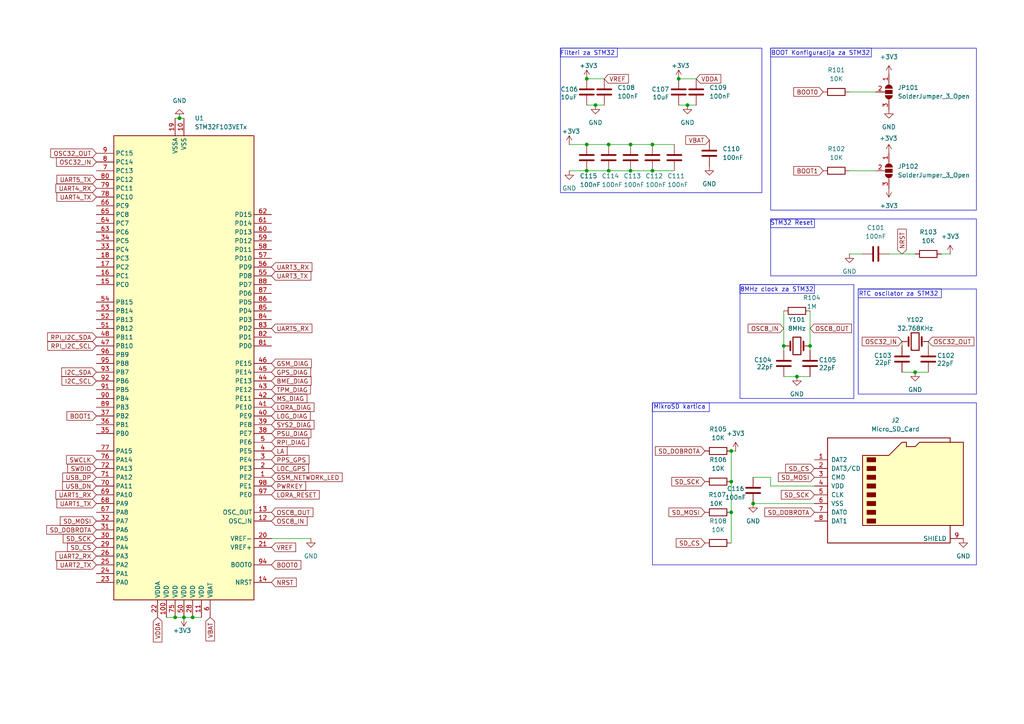
<source format=kicad_sch>
(kicad_sch (version 20250114) (generator "eeschema") (generator_version "9.0")
  (paper "A4")
  (title_block (title "ELEKvadar 2 - Sistem 1") (date "2025-05-30") (rev "0.0.1") (company "Seminar Elektronike u Istazivackoj stanici Petnica"))
  (lib_symbols
    (symbol "Connector:Micro_SD_Card" (pin_names (offset 1.016))
      (property "Reference" "J" (at -16.51 15.24 0))
      (property "Value" "Micro_SD_Card" (at 16.51 15.24 0))
      (symbol "Micro_SD_Card_0_1"
        (polyline (pts (xy -8.89 -11.43) (xy -8.89 8.89) (xy -1.27 8.89) (xy 2.54 12.7) (xy 3.81 12.7) (xy 3.81 11.43) (xy 6.35 11.43) (xy 7.62 12.7) (xy 20.32 12.7) (xy 20.32 -11.43) (xy -8.89 -11.43)) (stroke (width 0.254)) (fill (type background)))
        (rectangle (start -7.62 8.255) (end -5.08 6.985) (fill (type outline)))
        (rectangle (start -7.62 5.715) (end -5.08 4.445) (fill (type outline)))
        (rectangle (start -7.62 3.175) (end -5.08 1.905) (fill (type outline)))
        (rectangle (start -7.62 0.635) (end -5.08 -0.635) (fill (type outline)))
        (rectangle (start -7.62 -1.905) (end -5.08 -3.175) (fill (type outline)))
        (rectangle (start -7.62 -4.445) (end -5.08 -5.715) (fill (type outline)))
        (rectangle (start -7.62 -6.985) (end -5.08 -8.255) (fill (type outline)))
        (rectangle (start -7.62 -9.525) (end -5.08 -10.795) (fill (type outline)))
        (polyline (pts (xy 16.51 12.7) (xy 16.51 13.97) (xy -19.05 13.97) (xy -19.05 -16.51) (xy 16.51 -16.51) (xy 16.51 -11.43)) (stroke (width 0.254)))
      )
      (symbol "Micro_SD_Card_1_1"
        (pin bidirectional line (at -22.86 7.62 0) (length 3.81) (name "DAT2") (number "1"))
        (pin bidirectional line (at -22.86 5.08 0) (length 3.81) (name "DAT3/CD") (number "2"))
        (pin input line (at -22.86 2.54 0) (length 3.81) (name "CMD") (number "3"))
        (pin power_in line (at -22.86 0 0) (length 3.81) (name "VDD") (number "4"))
        (pin input line (at -22.86 -2.54 0) (length 3.81) (name "CLK") (number "5"))
        (pin power_in line (at -22.86 -5.08 0) (length 3.81) (name "VSS") (number "6"))
        (pin bidirectional line (at -22.86 -7.62 0) (length 3.81) (name "DAT0") (number "7"))
        (pin bidirectional line (at -22.86 -10.16 0) (length 3.81) (name "DAT1") (number "8"))
        (pin passive line (at 20.32 -15.24 180) (length 3.81) (name "SHIELD") (number "9"))
      )
    )
    (symbol "Device:C" (pin_numbers (hide yes)) (pin_names (offset 0.254))
      (property "Reference" "C" (at 0.635 2.54 0))
      (property "Value" "C" (at 0.635 -2.54 0))
      (symbol "C_0_1"
        (polyline (pts (xy -2.032 0.762) (xy 2.032 0.762)) (stroke (width 0.508)))
        (polyline (pts (xy -2.032 -0.762) (xy 2.032 -0.762)) (stroke (width 0.508)))
      )
      (symbol "C_1_1"
        (pin passive line (at 0 3.81 270) (length 2.794) (name "~") (number "1"))
        (pin passive line (at 0 -3.81 90) (length 2.794) (name "~") (number "2"))
      )
    )
    (symbol "Device:Crystal" (pin_numbers (hide yes)) (pin_names (offset 1.016) (hide yes))
      (property "Reference" "Y" (at 0 3.81 0))
      (property "Value" "Crystal" (at 0 -3.81 0))
      (symbol "Crystal_0_1"
        (polyline (pts (xy -2.54 0) (xy -1.905 0)))
        (polyline (pts (xy -1.905 -1.27) (xy -1.905 1.27)) (stroke (width 0.508)))
        (rectangle (start -1.143 2.54) (end 1.143 -2.54) (stroke (width 0.3048)))
        (polyline (pts (xy 1.905 -1.27) (xy 1.905 1.27)) (stroke (width 0.508)))
        (polyline (pts (xy 2.54 0) (xy 1.905 0)))
      )
      (symbol "Crystal_1_1"
        (pin passive line (at -3.81 0 0) (length 1.27) (name "1") (number "1"))
        (pin passive line (at 3.81 0 180) (length 1.27) (name "2") (number "2"))
      )
    )
    (symbol "Device:R" (pin_numbers (hide yes)) (pin_names (offset 0))
      (property "Reference" "R" (at 2.032 0 90))
      (property "Value" "R" (at 0 0 90))
      (symbol "R_0_1"
        (rectangle (start -1.016 -2.54) (end 1.016 2.54) (stroke (width 0.254)))
      )
      (symbol "R_1_1"
        (pin passive line (at 0 3.81 270) (length 1.27) (name "~") (number "1"))
        (pin passive line (at 0 -3.81 90) (length 1.27) (name "~") (number "2"))
      )
    )
    (symbol "Jumper:SolderJumper_3_Open" (pin_names (offset 0) (hide yes)) (in_bom no)
      (property "Reference" "JP" (at -2.54 -2.54 0))
      (property "Value" "SolderJumper_3_Open" (at 0 2.794 0))
      (symbol "SolderJumper_3_Open_0_1"
        (polyline (pts (xy -2.54 0) (xy -2.032 0)))
        (polyline (pts (xy -1.016 1.016) (xy -1.016 -1.016)))
        (arc (start -1.016 -1.016) (mid -2.0276 0) (end -1.016 1.016))
        (arc (start -1.016 -1.016) (mid -2.0276 0) (end -1.016 1.016) (fill (type outline)))
        (rectangle (start -0.508 1.016) (end 0.508 -1.016) (fill (type outline)))
        (polyline (pts (xy 0 -1.27) (xy 0 -1.016)))
        (arc (start 1.016 1.016) (mid 2.0276 0) (end 1.016 -1.016))
        (arc (start 1.016 1.016) (mid 2.0276 0) (end 1.016 -1.016) (fill (type outline)))
        (polyline (pts (xy 1.016 1.016) (xy 1.016 -1.016)))
        (polyline (pts (xy 2.54 0) (xy 2.032 0)))
      )
      (symbol "SolderJumper_3_Open_1_1"
        (pin passive line (at -5.08 0 0) (length 2.54) (name "A") (number "1"))
        (pin passive line (at 0 -3.81 90) (length 2.54) (name "C") (number "2"))
        (pin passive line (at 5.08 0 180) (length 2.54) (name "B") (number "3"))
      )
    )
    (symbol "MCU_ST_STM32F1:STM32F103VETx"
      (property "Reference" "U" (at -20.32 69.85 0))
      (property "Value" "STM32F103VETx" (at 10.16 69.85 0))
      (symbol "STM32F103VETx_0_1"
        (rectangle (start -20.32 -66.04) (end 20.32 68.58) (stroke (width 0.254)) (fill (type background)))
      )
      (symbol "STM32F103VETx_1_1"
        (pin input line (at -25.4 63.5 0) (length 5.08) (name "NRST") (number "14"))
        (pin input line (at -25.4 58.42 0) (length 5.08) (name "BOOT0") (number "94"))
        (pin input line (at -25.4 53.34 0) (length 5.08) (name "VREF+") (number "21"))
        (pin input line (at -25.4 50.8 0) (length 5.08) (name "VREF-") (number "20"))
        (pin input line (at -25.4 45.72 0) (length 5.08) (name "OSC_IN") (number "12"))
        (pin input line (at -25.4 43.18 0) (length 5.08) (name "OSC_OUT") (number "13"))
        (pin bidirectional line (at -25.4 38.1 0) (length 5.08) (name "PE0") (number "97"))
        (pin bidirectional line (at -25.4 35.56 0) (length 5.08) (name "PE1") (number "98"))
        (pin bidirectional line (at -25.4 33.02 0) (length 5.08) (name "PE2") (number "1"))
        (pin bidirectional line (at -25.4 30.48 0) (length 5.08) (name "PE3") (number "2"))
        (pin bidirectional line (at -25.4 27.94 0) (length 5.08) (name "PE4") (number "3"))
        (pin bidirectional line (at -25.4 25.4 0) (length 5.08) (name "PE5") (number "4"))
        (pin bidirectional line (at -25.4 22.86 0) (length 5.08) (name "PE6") (number "5"))
        (pin bidirectional line (at -25.4 20.32 0) (length 5.08) (name "PE7") (number "38"))
        (pin bidirectional line (at -25.4 17.78 0) (length 5.08) (name "PE8") (number "39"))
        (pin bidirectional line (at -25.4 15.24 0) (length 5.08) (name "PE9") (number "40"))
        (pin bidirectional line (at -25.4 12.7 0) (length 5.08) (name "PE10") (number "41"))
        (pin bidirectional line (at -25.4 10.16 0) (length 5.08) (name "PE11") (number "42"))
        (pin bidirectional line (at -25.4 7.62 0) (length 5.08) (name "PE12") (number "43"))
        (pin bidirectional line (at -25.4 5.08 0) (length 5.08) (name "PE13") (number "44"))
        (pin bidirectional line (at -25.4 2.54 0) (length 5.08) (name "PE14") (number "45"))
        (pin bidirectional line (at -25.4 0 0) (length 5.08) (name "PE15") (number "46"))
        (pin bidirectional line (at -25.4 -5.08 0) (length 5.08) (name "PD0") (number "81"))
        (pin bidirectional line (at -25.4 -7.62 0) (length 5.08) (name "PD1") (number "82"))
        (pin bidirectional line (at -25.4 -10.16 0) (length 5.08) (name "PD2") (number "83"))
        (pin bidirectional line (at -25.4 -12.7 0) (length 5.08) (name "PD3") (number "84"))
        (pin bidirectional line (at -25.4 -15.24 0) (length 5.08) (name "PD4") (number "85"))
        (pin bidirectional line (at -25.4 -17.78 0) (length 5.08) (name "PD5") (number "86"))
        (pin bidirectional line (at -25.4 -20.32 0) (length 5.08) (name "PD6") (number "87"))
        (pin bidirectional line (at -25.4 -22.86 0) (length 5.08) (name "PD7") (number "88"))
        (pin bidirectional line (at -25.4 -25.4 0) (length 5.08) (name "PD8") (number "55"))
        (pin bidirectional line (at -25.4 -27.94 0) (length 5.08) (name "PD9") (number "56"))
        (pin bidirectional line (at -25.4 -30.48 0) (length 5.08) (name "PD10") (number "57"))
        (pin bidirectional line (at -25.4 -33.02 0) (length 5.08) (name "PD11") (number "58"))
        (pin bidirectional line (at -25.4 -35.56 0) (length 5.08) (name "PD12") (number "59"))
        (pin bidirectional line (at -25.4 -38.1 0) (length 5.08) (name "PD13") (number "60"))
        (pin bidirectional line (at -25.4 -40.64 0) (length 5.08) (name "PD14") (number "61"))
        (pin bidirectional line (at -25.4 -43.18 0) (length 5.08) (name "PD15") (number "62"))
        (pin no_connect line (at -20.32 -66.04 0) (length 5.08) (hide yes) (name "NC") (number "73"))
        (pin power_in line (at -7.62 73.66 270) (length 5.08) (name "VBAT") (number "6"))
        (pin power_in line (at -5.08 73.66 270) (length 5.08) (name "VDD") (number "11"))
        (pin power_in line (at -2.54 73.66 270) (length 5.08) (name "VDD") (number "28"))
        (pin power_in line (at 0 73.66 270) (length 5.08) (name "VDD") (number "50"))
        (pin power_in line (at 0 -71.12 90) (length 5.08) (name "VSS") (number "10"))
        (pin passive line (at 0 -71.12 90) (length 5.08) (hide yes) (name "VSS") (number "27"))
        (pin passive line (at 0 -71.12 90) (length 5.08) (hide yes) (name "VSS") (number "49"))
        (pin passive line (at 0 -71.12 90) (length 5.08) (hide yes) (name "VSS") (number "74"))
        (pin passive line (at 0 -71.12 90) (length 5.08) (hide yes) (name "VSS") (number "99"))
        (pin power_in line (at 2.54 73.66 270) (length 5.08) (name "VDD") (number "75"))
        (pin power_in line (at 2.54 -71.12 90) (length 5.08) (name "VSSA") (number "19"))
        (pin power_in line (at 5.08 73.66 270) (length 5.08) (name "VDD") (number "100"))
        (pin power_in line (at 7.62 73.66 270) (length 5.08) (name "VDDA") (number "22"))
        (pin bidirectional line (at 25.4 63.5 180) (length 5.08) (name "PA0") (number "23"))
        (pin bidirectional line (at 25.4 60.96 180) (length 5.08) (name "PA1") (number "24"))
        (pin bidirectional line (at 25.4 58.42 180) (length 5.08) (name "PA2") (number "25"))
        (pin bidirectional line (at 25.4 55.88 180) (length 5.08) (name "PA3") (number "26"))
        (pin bidirectional line (at 25.4 53.34 180) (length 5.08) (name "PA4") (number "29"))
        (pin bidirectional line (at 25.4 50.8 180) (length 5.08) (name "PA5") (number "30"))
        (pin bidirectional line (at 25.4 48.26 180) (length 5.08) (name "PA6") (number "31"))
        (pin bidirectional line (at 25.4 45.72 180) (length 5.08) (name "PA7") (number "32"))
        (pin bidirectional line (at 25.4 43.18 180) (length 5.08) (name "PA8") (number "67"))
        (pin bidirectional line (at 25.4 40.64 180) (length 5.08) (name "PA9") (number "68"))
        (pin bidirectional line (at 25.4 38.1 180) (length 5.08) (name "PA10") (number "69"))
        (pin bidirectional line (at 25.4 35.56 180) (length 5.08) (name "PA11") (number "70"))
        (pin bidirectional line (at 25.4 33.02 180) (length 5.08) (name "PA12") (number "71"))
        (pin bidirectional line (at 25.4 30.48 180) (length 5.08) (name "PA13") (number "72"))
        (pin bidirectional line (at 25.4 27.94 180) (length 5.08) (name "PA14") (number "76"))
        (pin bidirectional line (at 25.4 25.4 180) (length 5.08) (name "PA15") (number "77"))
        (pin bidirectional line (at 25.4 20.32 180) (length 5.08) (name "PB0") (number "35"))
        (pin bidirectional line (at 25.4 17.78 180) (length 5.08) (name "PB1") (number "36"))
        (pin bidirectional line (at 25.4 15.24 180) (length 5.08) (name "PB2") (number "37"))
        (pin bidirectional line (at 25.4 12.7 180) (length 5.08) (name "PB3") (number "89"))
        (pin bidirectional line (at 25.4 10.16 180) (length 5.08) (name "PB4") (number "90"))
        (pin bidirectional line (at 25.4 7.62 180) (length 5.08) (name "PB5") (number "91"))
        (pin bidirectional line (at 25.4 5.08 180) (length 5.08) (name "PB6") (number "92"))
        (pin bidirectional line (at 25.4 2.54 180) (length 5.08) (name "PB7") (number "93"))
        (pin bidirectional line (at 25.4 0 180) (length 5.08) (name "PB8") (number "95"))
        (pin bidirectional line (at 25.4 -2.54 180) (length 5.08) (name "PB9") (number "96"))
        (pin bidirectional line (at 25.4 -5.08 180) (length 5.08) (name "PB10") (number "47"))
        (pin bidirectional line (at 25.4 -7.62 180) (length 5.08) (name "PB11") (number "48"))
        (pin bidirectional line (at 25.4 -10.16 180) (length 5.08) (name "PB12") (number "51"))
        (pin bidirectional line (at 25.4 -12.7 180) (length 5.08) (name "PB13") (number "52"))
        (pin bidirectional line (at 25.4 -15.24 180) (length 5.08) (name "PB14") (number "53"))
        (pin bidirectional line (at 25.4 -17.78 180) (length 5.08) (name "PB15") (number "54"))
        (pin bidirectional line (at 25.4 -22.86 180) (length 5.08) (name "PC0") (number "15"))
        (pin bidirectional line (at 25.4 -25.4 180) (length 5.08) (name "PC1") (number "16"))
        (pin bidirectional line (at 25.4 -27.94 180) (length 5.08) (name "PC2") (number "17"))
        (pin bidirectional line (at 25.4 -30.48 180) (length 5.08) (name "PC3") (number "18"))
        (pin bidirectional line (at 25.4 -33.02 180) (length 5.08) (name "PC4") (number "33"))
        (pin bidirectional line (at 25.4 -35.56 180) (length 5.08) (name "PC5") (number "34"))
        (pin bidirectional line (at 25.4 -38.1 180) (length 5.08) (name "PC6") (number "63"))
        (pin bidirectional line (at 25.4 -40.64 180) (length 5.08) (name "PC7") (number "64"))
        (pin bidirectional line (at 25.4 -43.18 180) (length 5.08) (name "PC8") (number "65"))
        (pin bidirectional line (at 25.4 -45.72 180) (length 5.08) (name "PC9") (number "66"))
        (pin bidirectional line (at 25.4 -48.26 180) (length 5.08) (name "PC10") (number "78"))
        (pin bidirectional line (at 25.4 -50.8 180) (length 5.08) (name "PC11") (number "79"))
        (pin bidirectional line (at 25.4 -53.34 180) (length 5.08) (name "PC12") (number "80"))
        (pin bidirectional line (at 25.4 -55.88 180) (length 5.08) (name "PC13") (number "7"))
        (pin bidirectional line (at 25.4 -58.42 180) (length 5.08) (name "PC14") (number "8"))
        (pin bidirectional line (at 25.4 -60.96 180) (length 5.08) (name "PC15") (number "9"))
      )
    )
    (symbol "power:+3V3" (power) (pin_numbers (hide yes)) (pin_names (offset 0) (hide yes))
      (property "Value" "+3V3" (at 0 3.556 0))
      (symbol "+3V3_0_1"
        (polyline (pts (xy -0.762 1.27) (xy 0 2.54)))
        (polyline (pts (xy 0 2.54) (xy 0.762 1.27)))
        (polyline (pts (xy 0 0) (xy 0 2.54)))
      )
      (symbol "+3V3_1_1"
        (pin power_in line (at 0 0 90) (length 0) (name "~") (number "1"))
      )
    )
    (symbol "power:GND" (power) (pin_numbers (hide yes)) (pin_names (offset 0) (hide yes))
      (property "Value" "GND" (at 0 -3.81 0))
      (symbol "GND_0_1"
        (polyline (pts (xy 0 0) (xy 0 -1.27) (xy 1.27 -1.27) (xy 0 -2.54) (xy -1.27 -1.27) (xy 0 -1.27)))
      )
      (symbol "GND_1_1"
        (pin power_in line (at 0 0 270) (length 0) (name "~") (number "1"))
      )
    )
  )
  (rectangle (start 223.52 13.97) (end 283.21 60.96))
  (rectangle (start 248.92 83.82) (end 273.05 86.36))
  (rectangle (start 214.63 82.55) (end 236.22 85.09))
  (rectangle (start 223.52 13.97) (end 252.73 16.51))
  (rectangle (start 162.56 13.97) (end 179.07 16.51))
  (rectangle (start 223.52 63.5) (end 236.22 66.04))
  (rectangle (start 189.23 116.84) (end 283.21 163.83))
  (rectangle (start 162.56 13.97) (end 220.98 55.88))
  (rectangle (start 248.92 83.82) (end 283.21 114.3))
  (rectangle (start 214.63 82.55) (end 247.65 115.57))
  (rectangle (start 223.52 63.5) (end 283.21 80.01))
  (rectangle (start 189.23 116.84) (end 205.74 119.38))
  (text "STM32 Reset" (at 229.616 64.77 0) (effects (font (size 1.27 1.27))))
  (text "BOOT Konfiguracija za STM32\n" (at 237.998 15.494 0) (effects (font (size 1.27 1.27))))
  (text "8MHz clock za STM32 " (at 225.806 84.074 0) (effects (font (size 1.27 1.27))))
  (text "Filteri za STM32" (at 170.434 15.494 0) (effects (font (size 1.27 1.27))))
  (text "RTC oscilator za STM32" (at 260.604 85.344 0) (effects (font (size 1.27 1.27))))
  (text "MikroSD kartica" (at 197.104 118.11 0) (effects (font (size 1.27 1.27))))
  (junction (at 182.88 49.53))
  (junction (at 231.14 109.22))
  (junction (at 170.18 22.86))
  (junction (at 227.33 100.33))
  (junction (at 170.18 41.91))
  (junction (at 199.39 30.48))
  (junction (at 189.23 49.53))
  (junction (at 182.88 41.91))
  (junction (at 176.53 49.53))
  (junction (at 176.53 41.91))
  (junction (at 52.07 34.29))
  (junction (at 50.8 179.07))
  (junction (at 212.09 139.7))
  (junction (at 212.09 130.81))
  (junction (at 218.44 146.05))
  (junction (at 189.23 41.91))
  (junction (at 172.72 30.48))
  (junction (at 170.18 49.53))
  (junction (at 55.88 179.07))
  (junction (at 212.09 148.59))
  (junction (at 265.43 107.95))
  (junction (at 234.95 100.33))
  (junction (at 196.85 22.86))
  (junction (at 53.34 179.07))
  (wire (pts (xy 227.33 109.22) (xy 231.14 109.22)))
  (wire (pts (xy 273.05 73.66) (xy 275.59 73.66)))
  (wire (pts (xy 170.18 49.53) (xy 176.53 49.53)))
  (wire (pts (xy 234.95 100.33) (xy 234.95 101.6)))
  (wire (pts (xy 182.88 49.53) (xy 189.23 49.53)))
  (wire (pts (xy 189.23 49.53) (xy 195.58 49.53)))
  (wire (pts (xy 52.07 34.29) (xy 53.34 34.29)))
  (wire (pts (xy 182.88 41.91) (xy 189.23 41.91)))
  (wire (pts (xy 212.09 130.81) (xy 213.36 130.81)))
  (wire (pts (xy 234.95 90.17) (xy 234.95 100.33)))
  (wire (pts (xy 48.26 179.07) (xy 50.8 179.07)))
  (wire (pts (xy 236.22 140.97) (xy 223.52 140.97)))
  (wire (pts (xy 55.88 179.07) (xy 58.42 179.07)))
  (wire (pts (xy 261.62 107.95) (xy 265.43 107.95)))
  (wire (pts (xy 199.39 30.48) (xy 201.93 30.48)))
  (wire (pts (xy 78.74 156.21) (xy 90.17 156.21)))
  (wire (pts (xy 172.72 30.48) (xy 175.26 30.48)))
  (wire (pts (xy 265.43 107.95) (xy 269.24 107.95)))
  (wire (pts (xy 257.81 73.66) (xy 265.43 73.66)))
  (wire (pts (xy 196.85 22.86) (xy 201.93 22.86)))
  (wire (pts (xy 50.8 179.07) (xy 53.34 179.07)))
  (wire (pts (xy 246.38 73.66) (xy 250.19 73.66)))
  (wire (pts (xy 218.44 146.05) (xy 236.22 146.05)))
  (wire (pts (xy 246.38 49.53) (xy 254 49.53)))
  (wire (pts (xy 212.09 139.7) (xy 212.09 148.59)))
  (wire (pts (xy 246.38 26.67) (xy 254 26.67)))
  (wire (pts (xy 50.8 34.29) (xy 52.07 34.29)))
  (wire (pts (xy 223.52 138.43) (xy 218.44 138.43)))
  (wire (pts (xy 165.1 49.53) (xy 170.18 49.53)))
  (wire (pts (xy 261.62 99.06) (xy 261.62 100.33)))
  (wire (pts (xy 176.53 41.91) (xy 182.88 41.91)))
  (wire (pts (xy 223.52 140.97) (xy 223.52 138.43)))
  (wire (pts (xy 231.14 109.22) (xy 234.95 109.22)))
  (wire (pts (xy 227.33 90.17) (xy 227.33 100.33)))
  (wire (pts (xy 53.34 179.07) (xy 55.88 179.07)))
  (wire (pts (xy 196.85 30.48) (xy 199.39 30.48)))
  (wire (pts (xy 170.18 30.48) (xy 172.72 30.48)))
  (wire (pts (xy 165.1 41.91) (xy 170.18 41.91)))
  (wire (pts (xy 269.24 99.06) (xy 269.24 100.33)))
  (wire (pts (xy 176.53 49.53) (xy 182.88 49.53)))
  (wire (pts (xy 227.33 100.33) (xy 227.33 101.6)))
  (wire (pts (xy 212.09 148.59) (xy 212.09 157.48)))
  (wire (pts (xy 170.18 22.86) (xy 175.26 22.86)))
  (wire (pts (xy 189.23 41.91) (xy 195.58 41.91)))
  (wire (pts (xy 212.09 130.81) (xy 212.09 139.7)))
  (wire (pts (xy 170.18 41.91) (xy 176.53 41.91)))
  (global_label "SD_CS" (shape input) (at 236.22 135.89 180) (property "Intersheetrefs" "${INTERSHEET_REFS}" (effects (hide yes))))
  (global_label "SWCLK" (shape input) (at 27.94 133.35 180) (property "Intersheetrefs" "${INTERSHEET_REFS}" (effects (hide yes))))
  (global_label "MS_DIAG" (shape input) (at 78.74 115.57 0) (property "Intersheetrefs" "${INTERSHEET_REFS}" (effects (hide yes))))
  (global_label "GSM_DIAG" (shape input) (at 78.74 105.41 0) (property "Intersheetrefs" "${INTERSHEET_REFS}" (effects (hide yes))))
  (global_label "VDDA" (shape input) (at 201.93 22.86 0) (property "Intersheetrefs" "${INTERSHEET_REFS}" (effects (hide yes))))
  (global_label "I2C_SCL" (shape input) (at 27.94 110.49 180) (property "Intersheetrefs" "${INTERSHEET_REFS}" (effects (hide yes))))
  (global_label "OSC32_OUT" (shape input) (at 27.94 44.45 180) (property "Intersheetrefs" "${INTERSHEET_REFS}" (effects (hide yes))))
  (global_label "UART1_TX" (shape input) (at 27.94 146.05 180) (property "Intersheetrefs" "${INTERSHEET_REFS}" (effects (hide yes))))
  (global_label "BOOT1" (shape input) (at 27.94 120.65 180) (property "Intersheetrefs" "${INTERSHEET_REFS}" (effects (hide yes))))
  (global_label "OSC32_IN" (shape input) (at 261.62 99.06 180) (property "Intersheetrefs" "${INTERSHEET_REFS}" (effects (hide yes))))
  (global_label "SD_MOSI" (shape input) (at 27.94 151.13 180) (property "Intersheetrefs" "${INTERSHEET_REFS}" (effects (hide yes))))
  (global_label "UART4_TX" (shape input) (at 27.94 57.15 180) (property "Intersheetrefs" "${INTERSHEET_REFS}" (effects (hide yes))))
  (global_label "GPS_DIAG" (shape input) (at 78.74 107.95 0) (property "Intersheetrefs" "${INTERSHEET_REFS}" (effects (hide yes))))
  (global_label "VREF" (shape input) (at 78.74 158.75 0) (property "Intersheetrefs" "${INTERSHEET_REFS}" (effects (hide yes))))
  (global_label "UART2_RX" (shape input) (at 27.94 161.29 180) (property "Intersheetrefs" "${INTERSHEET_REFS}" (effects (hide yes))))
  (global_label "UART3_TX" (shape input) (at 78.74 80.01 0) (property "Intersheetrefs" "${INTERSHEET_REFS}" (effects (hide yes))))
  (global_label "OSC8_IN" (shape input) (at 78.74 151.13 0) (property "Intersheetrefs" "${INTERSHEET_REFS}" (effects (hide yes))))
  (global_label "OSC32_OUT" (shape input) (at 269.24 99.06 0) (property "Intersheetrefs" "${INTERSHEET_REFS}" (effects (hide yes))))
  (global_label "BME_DIAG" (shape input) (at 78.74 110.49 0) (property "Intersheetrefs" "${INTERSHEET_REFS}" (effects (hide yes))))
  (global_label "SWDIO" (shape input) (at 27.94 135.89 180) (property "Intersheetrefs" "${INTERSHEET_REFS}" (effects (hide yes))))
  (global_label "UART1_RX" (shape input) (at 27.94 143.51 180) (property "Intersheetrefs" "${INTERSHEET_REFS}" (effects (hide yes))))
  (global_label "USB_DN" (shape input) (at 27.94 140.97 180) (property "Intersheetrefs" "${INTERSHEET_REFS}" (effects (hide yes))))
  (global_label "I2C_SDA" (shape input) (at 27.94 107.95 180) (property "Intersheetrefs" "${INTERSHEET_REFS}" (effects (hide yes))))
  (global_label "VDDA" (shape input) (at 45.72 179.07 270) (property "Intersheetrefs" "${INTERSHEET_REFS}" (effects (hide yes))))
  (global_label "SD_DOBROTA" (shape input) (at 236.22 148.59 180) (property "Intersheetrefs" "${INTERSHEET_REFS}" (effects (hide yes))))
  (global_label "SD_CS" (shape input) (at 27.94 158.75 180) (property "Intersheetrefs" "${INTERSHEET_REFS}" (effects (hide yes))))
  (global_label "SD_SCK" (shape input) (at 27.94 156.21 180) (property "Intersheetrefs" "${INTERSHEET_REFS}" (effects (hide yes))))
  (global_label "SYS2_DIAG" (shape input) (at 78.74 123.19 0) (property "Intersheetrefs" "${INTERSHEET_REFS}" (effects (hide yes))))
  (global_label "PPS_GPS" (shape input) (at 78.74 133.35 0) (property "Intersheetrefs" "${INTERSHEET_REFS}" (effects (hide yes))))
  (global_label "PSU_DIAG" (shape input) (at 78.74 125.73 0) (property "Intersheetrefs" "${INTERSHEET_REFS}" (effects (hide yes))))
  (global_label "LOC_GPS" (shape input) (at 78.74 135.89 0) (property "Intersheetrefs" "${INTERSHEET_REFS}" (effects (hide yes))))
  (global_label "OSC8_IN" (shape input) (at 227.33 95.25 180) (property "Intersheetrefs" "${INTERSHEET_REFS}" (effects (hide yes))))
  (global_label "UART3_RX" (shape input) (at 78.74 77.47 0) (property "Intersheetrefs" "${INTERSHEET_REFS}" (effects (hide yes))))
  (global_label "UART2_TX" (shape input) (at 27.94 163.83 180) (property "Intersheetrefs" "${INTERSHEET_REFS}" (effects (hide yes))))
  (global_label "SD_CS" (shape input) (at 204.47 157.48 180) (property "Intersheetrefs" "${INTERSHEET_REFS}" (effects (hide yes))))
  (global_label "SD_MOSI" (shape input) (at 204.47 148.59 180) (property "Intersheetrefs" "${INTERSHEET_REFS}" (effects (hide yes))))
  (global_label "OSC8_OUT" (shape input) (at 234.95 95.25 0) (property "Intersheetrefs" "${INTERSHEET_REFS}" (effects (hide yes))))
  (global_label "LORA_RESET" (shape input) (at 78.74 143.51 0) (property "Intersheetrefs" "${INTERSHEET_REFS}" (effects (hide yes))))
  (global_label "VREF" (shape input) (at 175.26 22.86 0) (property "Intersheetrefs" "${INTERSHEET_REFS}" (effects (hide yes))))
  (global_label "TPM_DIAG" (shape input) (at 78.74 113.03 0) (property "Intersheetrefs" "${INTERSHEET_REFS}" (effects (hide yes))))
  (global_label "SD_DOBROTA" (shape input) (at 27.94 153.67 180) (property "Intersheetrefs" "${INTERSHEET_REFS}" (effects (hide yes))))
  (global_label "PWRKEY" (shape input) (at 78.74 140.97 0) (property "Intersheetrefs" "${INTERSHEET_REFS}" (effects (hide yes))))
  (global_label "VBAT" (shape input) (at 205.74 40.64 180) (property "Intersheetrefs" "${INTERSHEET_REFS}" (effects (hide yes))))
  (global_label "BOOT1" (shape input) (at 238.76 49.53 180) (property "Intersheetrefs" "${INTERSHEET_REFS}" (effects (hide yes))))
  (global_label "UART5_TX" (shape input) (at 27.94 52.07 180) (property "Intersheetrefs" "${INTERSHEET_REFS}" (effects (hide yes))))
  (global_label "SD_MOSI" (shape input) (at 236.22 138.43 180) (property "Intersheetrefs" "${INTERSHEET_REFS}" (effects (hide yes))))
  (global_label "RPI_DIAG" (shape input) (at 78.74 128.27 0) (property "Intersheetrefs" "${INTERSHEET_REFS}" (effects (hide yes))))
  (global_label "LA" (shape input) (at 78.74 130.81 0) (property "Intersheetrefs" "${INTERSHEET_REFS}" (effects (hide yes))))
  (global_label "RPI_I2C_SCL" (shape input) (at 27.94 100.33 180) (property "Intersheetrefs" "${INTERSHEET_REFS}" (effects (hide yes))))
  (global_label "GSM_NETWORK_LED" (shape input) (at 78.74 138.43 0) (property "Intersheetrefs" "${INTERSHEET_REFS}" (effects (hide yes))))
  (global_label "LORA_DIAG" (shape input) (at 78.74 118.11 0) (property "Intersheetrefs" "${INTERSHEET_REFS}" (effects (hide yes))))
  (global_label "LOG_DIAG" (shape input) (at 78.74 120.65 0) (property "Intersheetrefs" "${INTERSHEET_REFS}" (effects (hide yes))))
  (global_label "USB_DP" (shape input) (at 27.94 138.43 180) (property "Intersheetrefs" "${INTERSHEET_REFS}" (effects (hide yes))))
  (global_label "UART4_RX" (shape input) (at 27.94 54.61 180) (property "Intersheetrefs" "${INTERSHEET_REFS}" (effects (hide yes))))
  (global_label "OSC8_OUT" (shape input) (at 78.74 148.59 0) (property "Intersheetrefs" "${INTERSHEET_REFS}" (effects (hide yes))))
  (global_label "RPI_I2C_SDA" (shape input) (at 27.94 97.79 180) (property "Intersheetrefs" "${INTERSHEET_REFS}" (effects (hide yes))))
  (global_label "NRST" (shape input) (at 78.74 168.91 0) (property "Intersheetrefs" "${INTERSHEET_REFS}" (effects (hide yes))))
  (global_label "BOOT0" (shape input) (at 78.74 163.83 0) (property "Intersheetrefs" "${INTERSHEET_REFS}" (effects (hide yes))))
  (global_label "UART5_RX" (shape input) (at 78.74 95.25 0) (property "Intersheetrefs" "${INTERSHEET_REFS}" (effects (hide yes))))
  (global_label "VBAT" (shape input) (at 60.96 179.07 270) (property "Intersheetrefs" "${INTERSHEET_REFS}" (effects (hide yes))))
  (global_label "NRST" (shape input) (at 261.62 73.66 90) (property "Intersheetrefs" "${INTERSHEET_REFS}" (effects (hide yes))))
  (global_label "SD_DOBROTA" (shape input) (at 204.47 130.81 180) (property "Intersheetrefs" "${INTERSHEET_REFS}" (effects (hide yes))))
  (global_label "SD_SCK" (shape input) (at 204.47 139.7 180) (property "Intersheetrefs" "${INTERSHEET_REFS}" (effects (hide yes))))
  (global_label "OSC32_IN" (shape input) (at 27.94 46.99 180) (property "Intersheetrefs" "${INTERSHEET_REFS}" (effects (hide yes))))
  (global_label "SD_SCK" (shape input) (at 236.22 143.51 180) (property "Intersheetrefs" "${INTERSHEET_REFS}" (effects (hide yes))))
  (global_label "BOOT0" (shape input) (at 238.76 26.67 180) (property "Intersheetrefs" "${INTERSHEET_REFS}" (effects (hide yes))))
  (symbol (lib_id "Jumper:SolderJumper_3_Open") (at 257.81 49.53 270) (unit 1) (in_bom no)
    (property "Reference" "JP102" (at 260.35 48.2599 90) (effects (justify left)))
    (property "Value" "SolderJumper_3_Open" (at 260.35 50.7999 90) (effects (justify left)))
    (property "Footprint" "Jumper:SolderJumper-3_P1.3mm_Open_RoundedPad1.0x1.5mm" (effects (hide yes)))
    (property "Description" "Solder Jumper, 3-pole, open" (effects (hide yes)))
  )
  (symbol (lib_id "Device:C") (at 254 73.66 90) (unit 1)
    (property "Reference" "C101" (at 254 66.04 90))
    (property "Value" "100nF" (at 254 68.58 90))
    (property "Footprint" "Capacitor_SMD:C_1206_3216Metric_Pad1.33x1.80mm_HandSolder" (effects (hide yes)))
    (property "Description" "Unpolarized capacitor" (effects (hide yes)))
  )
  (symbol (lib_id "power:+3V3") (at 170.18 22.86 0) (unit 1)
    (property "Reference" "#PWR012" (effects (hide yes)))
    (property "Value" "+3V3" (at 170.688 19.05 0))
    (property "Description" "Power symbol creates a global label with name \"+3V3\"" (effects (hide yes)))
  )
  (symbol (lib_id "Device:R") (at 242.57 49.53 90) (unit 1)
    (property "Reference" "R102" (at 242.57 43.18 90))
    (property "Value" "10K" (at 242.57 45.72 90))
    (property "Footprint" "Resistor_SMD:R_1206_3216Metric_Pad1.30x1.75mm_HandSolder" (effects (hide yes)))
    (property "Description" "Resistor" (effects (hide yes)))
  )
  (symbol (lib_id "power:GND") (at 218.44 146.05 0) (unit 1)
    (property "Reference" "#PWR021" (effects (hide yes)))
    (property "Value" "GND" (at 218.44 151.13 0))
    (property "Description" "Power symbol creates a global label with name \"GND\" , ground" (effects (hide yes)))
  )
  (symbol (lib_id "Device:R") (at 242.57 26.67 90) (unit 1)
    (property "Reference" "R101" (at 242.57 20.32 90))
    (property "Value" "10K" (at 242.57 22.86 90))
    (property "Footprint" "Resistor_SMD:R_1206_3216Metric_Pad1.30x1.75mm_HandSolder" (effects (hide yes)))
    (property "Description" "Resistor" (effects (hide yes)))
  )
  (symbol (lib_id "power:GND") (at 231.14 109.22 0) (unit 1)
    (property "Reference" "#PWR09" (effects (hide yes)))
    (property "Value" "GND" (at 231.14 114.3 0))
    (property "Description" "Power symbol creates a global label with name \"GND\" , ground" (effects (hide yes)))
  )
  (symbol (lib_id "Device:C") (at 196.85 26.67 0) (unit 1)
    (property "Reference" "C107" (at 188.976 25.908 0) (effects (justify left)))
    (property "Value" "10uF" (at 189.23 28.194 0) (effects (justify left)))
    (property "Footprint" "Capacitor_SMD:C_1206_3216Metric_Pad1.33x1.80mm_HandSolder" (effects (hide yes)))
    (property "Description" "Unpolarized capacitor" (effects (hide yes)))
  )
  (symbol (lib_id "power:GND") (at 172.72 30.48 0) (unit 1)
    (property "Reference" "#PWR013" (effects (hide yes)))
    (property "Value" "GND" (at 172.72 35.56 0))
    (property "Description" "Power symbol creates a global label with name \"GND\" , ground" (effects (hide yes)))
  )
  (symbol (lib_id "power:GND") (at 199.39 30.48 0) (unit 1)
    (property "Reference" "#PWR015" (effects (hide yes)))
    (property "Value" "GND" (at 199.39 35.56 0))
    (property "Description" "Power symbol creates a global label with name \"GND\" , ground" (effects (hide yes)))
  )
  (symbol (lib_id "MCU_ST_STM32F1:STM32F103VETx") (at 53.34 105.41 180) (unit 1)
    (property "Reference" "U1" (at 56.4581 34.29 0) (effects (justify right)))
    (property "Value" "STM32F103VETx" (at 56.4581 36.83 0) (effects (justify right)))
    (property "Footprint" "Package_QFP:LQFP-100_14x14mm_P0.5mm" (effects (hide yes)))
    (property "Datasheet" "https://www.st.com/resource/en/datasheet/stm32f103ve.pdf" (effects (hide yes)))
    (property "Description" "STMicroelectronics Arm Cortex-M3 MCU, 512KB flash, 64KB RAM, 72 MHz, 2.0-3.6V, 80 GPIO, LQFP100" (effects (hide yes)))
  )
  (symbol (lib_id "Device:C") (at 175.26 26.67 180) (unit 1)
    (property "Reference" "C108" (at 179.07 25.3999 0) (effects (justify right)))
    (property "Value" "100nF" (at 179.07 27.9399 0) (effects (justify right)))
    (property "Footprint" "Capacitor_SMD:C_1206_3216Metric_Pad1.33x1.80mm_HandSolder" (effects (hide yes)))
    (property "Description" "Unpolarized capacitor" (effects (hide yes)))
  )
  (symbol (lib_id "Device:R") (at 208.28 148.59 90) (unit 1)
    (property "Reference" "R107" (at 208.026 143.51 90))
    (property "Value" "10K" (at 207.772 146.05 90))
    (property "Footprint" "Resistor_SMD:R_1206_3216Metric_Pad1.30x1.75mm_HandSolder" (effects (hide yes)))
    (property "Description" "Resistor" (effects (hide yes)))
  )
  (symbol (lib_id "Device:R") (at 208.28 157.48 90) (unit 1)
    (property "Reference" "R108" (at 208.28 151.13 90))
    (property "Value" "10K" (at 208.28 153.67 90))
    (property "Footprint" "Resistor_SMD:R_1206_3216Metric_Pad1.30x1.75mm_HandSolder" (effects (hide yes)))
    (property "Description" "Resistor" (effects (hide yes)))
  )
  (symbol (lib_id "Device:C") (at 176.53 45.72 180) (unit 1)
    (property "Reference" "C114" (at 174.498 51.054 0) (effects (justify right)))
    (property "Value" "100nF" (at 174.498 53.594 0) (effects (justify right)))
    (property "Footprint" "Capacitor_SMD:C_1206_3216Metric_Pad1.33x1.80mm_HandSolder" (effects (hide yes)))
    (property "Description" "Unpolarized capacitor" (effects (hide yes)))
  )
  (symbol (lib_id "power:+3V3") (at 53.34 179.07 180) (unit 1)
    (property "Reference" "#PWR01" (effects (hide yes)))
    (property "Value" "+3V3" (at 52.832 182.88 0))
    (property "Description" "Power symbol creates a global label with name \"+3V3\"" (effects (hide yes)))
  )
  (symbol (lib_id "Device:C") (at 227.33 105.41 0) (unit 1)
    (property "Reference" "C104" (at 218.694 104.394 0) (effects (justify left)))
    (property "Value" "22pF" (at 219.456 106.426 0) (effects (justify left)))
    (property "Footprint" "Capacitor_SMD:C_1206_3216Metric_Pad1.33x1.80mm_HandSolder" (effects (hide yes)))
    (property "Description" "Unpolarized capacitor" (effects (hide yes)))
  )
  (symbol (lib_id "power:GND") (at 265.43 107.95 0) (unit 1)
    (property "Reference" "#PWR08" (effects (hide yes)))
    (property "Value" "GND" (at 265.43 113.03 0))
    (property "Description" "Power symbol creates a global label with name \"GND\" , ground" (effects (hide yes)))
  )
  (symbol (lib_id "power:GND") (at 246.38 73.66 0) (unit 1)
    (property "Reference" "#PWR07" (effects (hide yes)))
    (property "Value" "GND" (at 246.38 78.74 0))
    (property "Description" "Power symbol creates a global label with name \"GND\" , ground" (effects (hide yes)))
  )
  (symbol (lib_id "power:GND") (at 52.07 34.29 180) (unit 1)
    (property "Reference" "#PWR011" (effects (hide yes)))
    (property "Value" "GND" (at 52.07 29.21 0))
    (property "Description" "Power symbol creates a global label with name \"GND\" , ground" (effects (hide yes)))
  )
  (symbol (lib_id "Device:C") (at 170.18 26.67 0) (unit 1)
    (property "Reference" "C106" (at 162.56 25.908 0) (effects (justify left)))
    (property "Value" "10uF" (at 162.56 28.194 0) (effects (justify left)))
    (property "Footprint" "Capacitor_SMD:C_1206_3216Metric_Pad1.33x1.80mm_HandSolder" (effects (hide yes)))
    (property "Description" "Unpolarized capacitor" (effects (hide yes)))
  )
  (symbol (lib_id "Device:Crystal") (at 231.14 100.33 0) (unit 1)
    (property "Reference" "Y101" (at 231.14 92.71 0))
    (property "Value" "8MHz" (at 231.14 95.25 0))
    (property "Footprint" "Crystal:Crystal_HC49-U_Vertical" (effects (hide yes)))
    (property "Description" "Two pin crystal" (effects (hide yes)))
  )
  (symbol (lib_id "power:+3V3") (at 275.59 73.66 0) (unit 1)
    (property "Reference" "#PWR06" (effects (hide yes)))
    (property "Value" "+3V3" (at 275.59 68.58 0))
    (property "Description" "Power symbol creates a global label with name \"+3V3\"" (effects (hide yes)))
  )
  (symbol (lib_id "power:+3V3") (at 196.85 22.86 0) (unit 1)
    (property "Reference" "#PWR014" (effects (hide yes)))
    (property "Value" "+3V3" (at 197.358 19.05 0))
    (property "Description" "Power symbol creates a global label with name \"+3V3\"" (effects (hide yes)))
  )
  (symbol (lib_id "Device:C") (at 201.93 26.67 180) (unit 1)
    (property "Reference" "C109" (at 205.74 25.3999 0) (effects (justify right)))
    (property "Value" "100nF" (at 205.74 27.9399 0) (effects (justify right)))
    (property "Footprint" "Capacitor_SMD:C_1206_3216Metric_Pad1.33x1.80mm_HandSolder" (effects (hide yes)))
    (property "Description" "Unpolarized capacitor" (effects (hide yes)))
  )
  (symbol (lib_id "power:+3V3") (at 165.1 41.91 0) (unit 1)
    (property "Reference" "#PWR019" (effects (hide yes)))
    (property "Value" "+3V3" (at 165.608 38.1 0))
    (property "Description" "Power symbol creates a global label with name \"+3V3\"" (effects (hide yes)))
  )
  (symbol (lib_id "Device:C") (at 261.62 104.14 0) (unit 1)
    (property "Reference" "C103" (at 253.492 103.124 0) (effects (justify left)))
    (property "Value" "22pF" (at 253.746 105.156 0) (effects (justify left)))
    (property "Footprint" "Capacitor_SMD:C_1206_3216Metric_Pad1.33x1.80mm_HandSolder" (effects (hide yes)))
    (property "Description" "Unpolarized capacitor" (effects (hide yes)))
  )
  (symbol (lib_id "Device:R") (at 208.28 139.7 90) (unit 1)
    (property "Reference" "R106" (at 208.28 133.35 90))
    (property "Value" "10K" (at 208.28 135.89 90))
    (property "Footprint" "Resistor_SMD:R_1206_3216Metric_Pad1.30x1.75mm_HandSolder" (effects (hide yes)))
    (property "Description" "Resistor" (effects (hide yes)))
  )
  (symbol (lib_id "Device:R") (at 208.28 130.81 90) (unit 1)
    (property "Reference" "R105" (at 208.28 124.46 90))
    (property "Value" "10K" (at 208.28 127 90))
    (property "Footprint" "Resistor_SMD:R_1206_3216Metric_Pad1.30x1.75mm_HandSolder" (effects (hide yes)))
    (property "Description" "Resistor" (effects (hide yes)))
  )
  (symbol (lib_id "Device:C") (at 195.58 45.72 180) (unit 1)
    (property "Reference" "C111" (at 193.548 51.054 0) (effects (justify right)))
    (property "Value" "100nF" (at 193.548 53.594 0) (effects (justify right)))
    (property "Footprint" "Capacitor_SMD:C_1206_3216Metric_Pad1.33x1.80mm_HandSolder" (effects (hide yes)))
    (property "Description" "Unpolarized capacitor" (effects (hide yes)))
  )
  (symbol (lib_id "Device:C") (at 218.44 142.24 180) (unit 1)
    (property "Reference" "C116" (at 210.82 141.732 0) (effects (justify right)))
    (property "Value" "100nF" (at 210.312 144.272 0) (effects (justify right)))
    (property "Footprint" "Capacitor_SMD:C_1206_3216Metric_Pad1.33x1.80mm_HandSolder" (effects (hide yes)))
    (property "Description" "Unpolarized capacitor" (effects (hide yes)))
  )
  (symbol (lib_id "power:GND") (at 90.17 156.21 0) (unit 1)
    (property "Reference" "#PWR010" (effects (hide yes)))
    (property "Value" "GND" (at 90.17 161.29 0))
    (property "Description" "Power symbol creates a global label with name \"GND\" , ground" (effects (hide yes)))
  )
  (symbol (lib_id "power:+3V3") (at 257.81 21.59 0) (unit 1)
    (property "Reference" "#PWR03" (effects (hide yes)))
    (property "Value" "+3V3" (at 257.81 16.51 0))
    (property "Description" "Power symbol creates a global label with name \"+3V3\"" (effects (hide yes)))
  )
  (symbol (lib_id "power:GND") (at 205.74 48.26 0) (unit 1)
    (property "Reference" "#PWR017" (effects (hide yes)))
    (property "Value" "GND" (at 205.74 53.34 0))
    (property "Description" "Power symbol creates a global label with name \"GND\" , ground" (effects (hide yes)))
  )
  (symbol (lib_id "Device:C") (at 269.24 104.14 0) (unit 1)
    (property "Reference" "C102" (at 271.78 103.124 0) (effects (justify left)))
    (property "Value" "22pF" (at 271.78 105.41 0) (effects (justify left)))
    (property "Footprint" "Capacitor_SMD:C_1206_3216Metric_Pad1.33x1.80mm_HandSolder" (effects (hide yes)))
    (property "Description" "Unpolarized capacitor" (effects (hide yes)))
  )
  (symbol (lib_id "power:GND") (at 257.81 31.75 0) (unit 1)
    (property "Reference" "#PWR04" (effects (hide yes)))
    (property "Value" "GND" (at 257.81 36.83 0))
    (property "Description" "Power symbol creates a global label with name \"GND\" , ground" (effects (hide yes)))
  )
  (symbol (lib_id "Device:C") (at 189.23 45.72 180) (unit 1)
    (property "Reference" "C112" (at 187.198 51.054 0) (effects (justify right)))
    (property "Value" "100nF" (at 187.198 53.594 0) (effects (justify right)))
    (property "Footprint" "Capacitor_SMD:C_1206_3216Metric_Pad1.33x1.80mm_HandSolder" (effects (hide yes)))
    (property "Description" "Unpolarized capacitor" (effects (hide yes)))
  )
  (symbol (lib_id "Device:C") (at 234.95 105.41 0) (unit 1)
    (property "Reference" "C105" (at 237.49 104.394 0) (effects (justify left)))
    (property "Value" "22pF" (at 237.49 106.68 0) (effects (justify left)))
    (property "Footprint" "Capacitor_SMD:C_1206_3216Metric_Pad1.33x1.80mm_HandSolder" (effects (hide yes)))
    (property "Description" "Unpolarized capacitor" (effects (hide yes)))
  )
  (symbol (lib_id "power:+3V3") (at 257.81 44.45 0) (unit 1)
    (property "Reference" "#PWR02" (effects (hide yes)))
    (property "Value" "+3V3" (at 255.016 40.132 0) (effects (justify left)))
    (property "Description" "Power symbol creates a global label with name \"+3V3\"" (effects (hide yes)))
  )
  (symbol (lib_id "power:GND") (at 165.1 49.53 0) (unit 1)
    (property "Reference" "#PWR018" (effects (hide yes)))
    (property "Value" "GND" (at 165.1 54.61 0))
    (property "Description" "Power symbol creates a global label with name \"GND\" , ground" (effects (hide yes)))
  )
  (symbol (lib_id "power:+3V3") (at 213.36 130.81 0) (unit 1)
    (property "Reference" "#PWR022" (effects (hide yes)))
    (property "Value" "+3V3" (at 213.36 125.73 0))
    (property "Description" "Power symbol creates a global label with name \"+3V3\"" (effects (hide yes)))
  )
  (symbol (lib_id "power:+3V3") (at 257.81 54.61 180) (unit 1)
    (property "Reference" "#PWR05" (effects (hide yes)))
    (property "Value" "+3V3" (at 257.81 59.69 0))
    (property "Description" "Power symbol creates a global label with name \"+3V3\"" (effects (hide yes)))
  )
  (symbol (lib_id "Jumper:SolderJumper_3_Open") (at 257.81 26.67 270) (unit 1) (in_bom no)
    (property "Reference" "JP101" (at 260.35 25.3999 90) (effects (justify left)))
    (property "Value" "SolderJumper_3_Open" (at 260.35 27.9399 90) (effects (justify left)))
    (property "Footprint" "Jumper:SolderJumper-3_P1.3mm_Open_RoundedPad1.0x1.5mm" (effects (hide yes)))
    (property "Description" "Solder Jumper, 3-pole, open" (effects (hide yes)))
  )
  (symbol (lib_id "Connector:Micro_SD_Card") (at 259.08 140.97 0) (unit 1)
    (property "Reference" "J2" (at 259.715 121.92 0))
    (property "Value" "Micro_SD_Card" (at 259.715 124.46 0))
    (property "Footprint" "Connector_Card:microSD_HC_Molex_47219-2001" (effects (hide yes)))
    (property "Datasheet" "https://www.we-online.com/components/products/datasheet/693072010801.pdf" (effects (hide yes)))
    (property "Description" "Micro SD Card Socket" (effects (hide yes)))
  )
  (symbol (lib_id "Device:C") (at 170.18 45.72 180) (unit 1)
    (property "Reference" "C115" (at 168.148 51.054 0) (effects (justify right)))
    (property "Value" "100nF" (at 168.148 53.594 0) (effects (justify right)))
    (property "Footprint" "Capacitor_SMD:C_1206_3216Metric_Pad1.33x1.80mm_HandSolder" (effects (hide yes)))
    (property "Description" "Unpolarized capacitor" (effects (hide yes)))
  )
  (symbol (lib_id "Device:R") (at 231.14 90.17 90) (unit 1)
    (property "Reference" "R104" (at 235.458 86.36 90))
    (property "Value" "1M" (at 235.458 88.9 90))
    (property "Footprint" "Resistor_SMD:R_1206_3216Metric_Pad1.30x1.75mm_HandSolder" (effects (hide yes)))
    (property "Description" "Resistor" (effects (hide yes)))
  )
  (symbol (lib_id "Device:C") (at 205.74 44.45 180) (unit 1)
    (property "Reference" "C110" (at 209.55 43.1799 0) (effects (justify right)))
    (property "Value" "100nF" (at 209.55 45.7199 0) (effects (justify right)))
    (property "Footprint" "Capacitor_SMD:C_1206_3216Metric_Pad1.33x1.80mm_HandSolder" (effects (hide yes)))
    (property "Description" "Unpolarized capacitor" (effects (hide yes)))
  )
  (symbol (lib_id "Device:Crystal") (at 265.43 99.06 0) (unit 1)
    (property "Reference" "Y102" (at 265.43 92.71 0))
    (property "Value" "32.768KHz" (at 265.43 95.25 0))
    (property "Footprint" "Crystal:Crystal_HC49-U_Vertical" (effects (hide yes)))
    (property "Description" "Two pin crystal" (effects (hide yes)))
  )
  (symbol (lib_id "Device:C") (at 182.88 45.72 180) (unit 1)
    (property "Reference" "C113" (at 180.848 51.054 0) (effects (justify right)))
    (property "Value" "100nF" (at 180.848 53.594 0) (effects (justify right)))
    (property "Footprint" "Capacitor_SMD:C_1206_3216Metric_Pad1.33x1.80mm_HandSolder" (effects (hide yes)))
    (property "Description" "Unpolarized capacitor" (effects (hide yes)))
  )
  (symbol (lib_id "Device:R") (at 269.24 73.66 90) (unit 1)
    (property "Reference" "R103" (at 269.24 67.31 90))
    (property "Value" "10K" (at 269.24 69.85 90))
    (property "Footprint" "Resistor_SMD:R_1206_3216Metric_Pad1.30x1.75mm_HandSolder" (effects (hide yes)))
    (property "Description" "Resistor" (effects (hide yes)))
  )
  (symbol (lib_id "power:GND") (at 279.4 156.21 0) (unit 1)
    (property "Reference" "#PWR020" (effects (hide yes)))
    (property "Value" "GND" (at 279.4 161.29 0))
    (property "Description" "Power symbol creates a global label with name \"GND\" , ground" (effects (hide yes)))
  )
)
</source>
